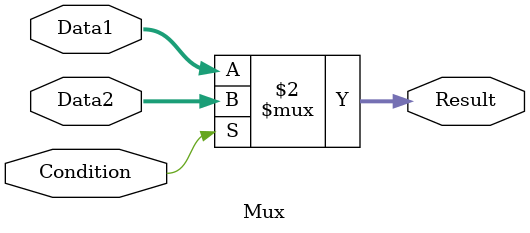
<source format=v>
`timescale 1ns / 1ps


module Mux(
    input Condition,
    input [31 : 0] Data1,
    input [31 : 0] Data2,
    output [31 : 0] Result
    );
    
    assign Result = (Condition == 0) ? Data1 : Data2;
    
endmodule

</source>
